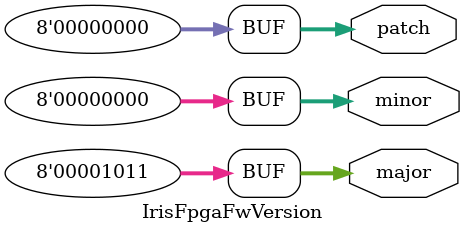
<source format=v>
module IrisFpgaFwVersion
# (
    // Change the version for the Iris Camera FPGA FW information here:
    parameter FW_VER_MAJ = 8'd11,    // Version: ++ when drafting a new Release Candidate (for a new upload opportunity)
    parameter FW_VER_MIN = 8'd0,     // Subversion: ++ when a new major feature has been added / made to work
    parameter FW_VER_PATCH = 8'd0    // Patch: ++ when you make a change and want to reflect that.
)   
(
    output wire [7:0] major,
    output wire [7:0] minor,
    output wire [7:0] patch
);
    assign major = FW_VER_MAJ;
    assign minor = FW_VER_MIN;
    assign patch = FW_VER_PATCH;
endmodule

</source>
